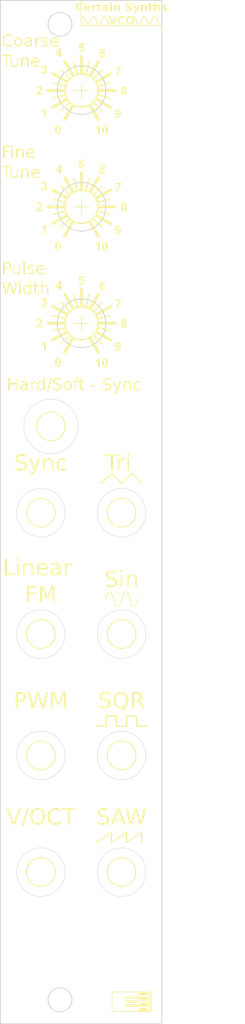
<source format=kicad_pcb>
(kicad_pcb (version 20221018) (generator pcbnew)
  (layers (0 "F.Cu" signal) (31 "B.Cu" signal) (34 "B.Paste" user) (35 "F.Paste" user) (36 "B.SilkS" user "B.Silkscreen") (37 "F.SilkS" user "F.Silkscreen") (38 "B.Mask" user) (39 "F.Mask" user) (44 "Edge.Cuts" user))
  (net 0 "")
  (footprint "Potentiometer_THT:Potentiometer_Alps_RK09K_Single_Vertical" (layer "F.Cu") (at 146.638 66.118 90)
    (fp_text reference "THONKY_FINE_CV1" hide)
    (fp_text value "100k Pot" hide)
    (fp_circle (center 7.5 2.5) (end 10.55 2.5) (stroke (width 0.1)) (fill none) (layer "Edge.Cuts"))
  )
  (footprint "LOGO" (layer "F.Cu") (at 150.9922 35.2376)
    (fp_text reference "G***" hide)
    (fp_text value "LOGO" hide)
  )
  (footprint "LOGO" (layer "F.Cu") (at 154.178 107.95)
    (fp_text reference "G***" hide)
    (fp_text value "LOGO" hide)
  )
  (footprint "LOGO" (layer "F.Cu") (at 155.4372 158.4276)
    (fp_text reference "G***" hide)
    (fp_text value "LOGO" hide)
  )
  (footprint "LOGO" (layer "F.Cu") (at 149.1415 73.23)
    (fp_text reference "G***" hide)
    (fp_text value "LOGO" hide)
  )
  (footprint "AudioJacks:Jack_3.5mm_QingPu_WQP-PJ398SM_Vertical" (layer "F.Cu") (at 144.018 127.508)
    (fp_text reference "Slot3" hide)
    (fp_text value "CV1" hide)
    (fp_circle (center 0 0) (end 3.05 0) (stroke (width 0.05)) (fill none) (layer "Edge.Cuts"))
  )
  (footprint "AudioJacks:Jack_3.5mm_QingPu_WQP-PJ398SM_Vertical" (layer "F.Cu") (at 154.178 142.158)
    (fp_text reference "Slot10" hide)
    (fp_text value "CV1" hide)
    (fp_circle (center 0 0) (end 3.05 0) (stroke (width 0.05)) (fill none) (layer "Edge.Cuts"))
  )
  (footprint "AudioJacks:Jack_3.5mm_QingPu_WQP-PJ398SM_Vertical" (layer "F.Cu") (at 144.018 142.158)
    (fp_text reference "Slot9" hide)
    (fp_text value "CV1" hide)
    (fp_circle (center 0 0) (end 3.05 0) (stroke (width 0.05)) (fill none) (layer "Edge.Cuts"))
  )
  (footprint "AudioJacks:Jack_3.5mm_QingPu_WQP-PJ398SM_Vertical" (layer "F.Cu") (at 154.178 112.268)
    (fp_text reference "Slot2" hide)
    (fp_text value "CV1" hide)
    (fp_circle (center 0 0) (end 3.05 0) (stroke (width 0.05)) (fill none) (layer "Edge.Cuts"))
  )
  (footprint "AudioJacks:Jack_3.5mm_QingPu_WQP-PJ398SM_Vertical" (layer "F.Cu") (at 144.018 112.268)
    (fp_text reference "Slot1" hide)
    (fp_text value "CV1" hide)
    (fp_circle (center 0 0) (end 3.05 0) (stroke (width 0.05)) (fill none) (layer "Edge.Cuts"))
  )
  (footprint "AudioJacks:Jack_3.5mm_QingPu_WQP-PJ398SM_Vertical" (layer "F.Cu") (at 154.178 97.028)
    (fp_text reference "Slot87" hide)
    (fp_text value "CV1" hide)
    (fp_circle (center 0 0) (end 3.05 0) (stroke (width 0.05)) (fill none) (layer "Edge.Cuts"))
  )
  (footprint "Potentiometer_THT:Potentiometer_Alps_RK09K_Single_Vertical" (layer "F.Cu") (at 146.643 80.738 90)
    (fp_text reference "THONKY_PWM1" hide)
    (fp_text value "100k Pot" hide)
    (fp_circle (center 7.5 2.5) (end 10.55 2.5) (stroke (width 0.1)) (fill none) (layer "Edge.Cuts"))
  )
  (footprint "Potentiometer_THT:Potentiometer_Alps_RK09K_Single_Vertical" (layer "F.Cu") (at 146.638 51.473 90)
    (fp_text reference "THONKY_COURSE_CV1" hide)
    (fp_text value "100k Pot" hide)
    (fp_circle (center 7.5 2.5) (end 10.55 2.5) (stroke (width 0.1)) (fill none) (layer "Edge.Cuts"))
  )
  (footprint "LOGO" (layer "F.Cu") (at 149.138 58.6056)
    (fp_text reference "G***" hide)
    (fp_text value "LOGO" hide)
  )
  (footprint "AudioJacks:Jack_3.5mm_QingPu_WQP-PJ398SM_Vertical" (layer "F.Cu") (at 144.018 97.028)
    (fp_text reference "Slot33" hide)
    (fp_text value "CV1" hide)
    (fp_circle (center 0 0) (end 3.05 0) (stroke (width 0.05)) (fill none) (layer "Edge.Cuts"))
  )
  (footprint "AudioJacks:Jack_3.5mm_QingPu_WQP-PJ398SM_Vertical" (layer "F.Cu") (at 154.178 127.508)
    (fp_text reference "Slot4" hide)
    (fp_text value "CV1" hide)
    (fp_circle (center 0 0) (end 3.05 0) (stroke (width 0.05)) (fill none) (layer "Edge.Cuts"))
  )
  (footprint "LOGO" (layer "F.Cu") (at 157.3422 35.2376)
    (fp_text reference "G***" hide)
    (fp_text value "LOGO" hide)
  )
  (footprint "AudioJacks:Jack_3.5mm_QingPu_WQP-PJ398SM_Vertical" (layer "F.Cu") (at 145.287 86.183)
    (fp_text reference "SLOTMAN" hide)
    (fp_text value "CV1" hide)
    (fp_circle (center 0 0) (end 3.42 0) (stroke (width 0.05)) (fill none) (layer "Edge.Cuts"))
  )
  (footprint "LOGO" (layer "F.Cu") (at 149.138 44.0006)
    (fp_text reference "G***" hide)
    (fp_text value "LOGO" hide)
  )
  (gr_line (start 153.543 123.825) (end 154.813 123.825) (stroke (width 0.15)) (layer "F.SilkS"))
  (gr_line (start 152.908 137.16) (end 152.908 138.43) (stroke (width 0.15)) (layer "F.SilkS"))
  (gr_line (start 154.813 123.825) (end 154.813 122.555) (stroke (width 0.15)) (layer "F.SilkS"))
  (gr_line (start 151.003 138.43) (end 152.908 137.16) (stroke (width 0.15)) (layer "F.SilkS"))
  (gr_line (start 152.273 122.555) (end 153.543 122.555) (stroke (width 0.15)) (layer "F.SilkS"))
  (gr_line (start 151.638 93.345) (end 152.908 92.075) (stroke (width 0.15)) (layer "F.SilkS"))
  (gr_line (start 154.813 138.43) (end 156.718 137.16) (stroke (width 0.15)) (layer "F.SilkS"))
  (gr_line (start 153.543 122.555) (end 153.543 123.825) (stroke (width 0.15)) (layer "F.SilkS"))
  (gr_line (start 156.083 122.555) (end 156.083 123.825) (stroke (width 0.15)) (layer "F.SilkS"))
  (gr_line (start 155.448 92.075) (end 156.718 93.345) (stroke (width 0.15)) (layer "F.SilkS"))
  (gr_line (start 149.0872 35.8726) (end 149.0872 32.6976) (stroke (width 0.1)) (layer "F.SilkS"))
  (gr_line (start 152.908 138.43) (end 154.813 137.16) (stroke (width 0.15)) (layer "F.SilkS"))
  (gr_line (start 151.003 123.825) (end 152.273 123.825) (stroke (width 0.15)) (layer "F.SilkS"))
  (gr_line (start 154.813 137.16) (end 154.813 138.43) (stroke (width 0.15)) (layer "F.SilkS"))
  (gr_line (start 159.2472 35.8726) (end 149.0872 35.8726) (stroke (width 0.1)) (layer "F.SilkS"))
  (gr_line (start 156.718 137.16) (end 156.718 138.43) (stroke (width 0.15)) (layer "F.SilkS"))
  (gr_line (start 152.908 92.075) (end 154.178 93.345) (stroke (width 0.15)) (layer "F.SilkS"))
  (gr_line (start 156.083 123.825) (end 157.353 123.825) (stroke (width 0.15)) (layer "F.SilkS"))
  (gr_line (start 154.178 93.345) (end 155.448 92.075) (stroke (width 0.15)) (layer "F.SilkS"))
  (gr_line (start 154.813 122.555) (end 156.083 122.555) (stroke (width 0.15)) (layer "F.SilkS"))
  (gr_line (start 152.273 123.825) (end 152.273 122.555) (stroke (width 0.15)) (layer "F.SilkS"))
  (gr_line (start 138.9272 161.1976) (end 159.2472 161.1976) (stroke (width 0.1)) (layer "Edge.Cuts"))
  (gr_circle (center 146.4272 158.1976) (end 147.9272 158.1976) (stroke (width 0.1)) (fill none) (layer "Edge.Cuts"))
  (gr_line (start 138.9272 32.6976) (end 138.9272 161.1976) (stroke (width 0.1)) (layer "Edge.Cuts"))
  (gr_line (start 138.9272 32.6976) (end 149.0872 32.6976) (stroke (width 0.1)) (layer "Edge.Cuts"))
  (gr_circle (center 146.4272 35.6976) (end 147.9272 35.6976) (stroke (width 0.1)) (fill none) (layer "Edge.Cuts"))
  (gr_line (start 149.0872 32.6976) (end 159.2472 32.6976) (stroke (width 0.1)) (layer "Edge.Cuts"))
  (gr_line (start 159.2472 32.6976) (end 159.2472 161.1976) (stroke (width 0.1)) (layer "Edge.Cuts"))
  (gr_text "Tri " (at 154.178 92.075) (layer "F.SilkS") (effects (font (size 2 2)) (justify bottom)))
  (gr_text "Fine\nTune" (at 139.065 55.245) (layer "F.SilkS") (effects (font (size 1.5 1.5)) (justify left bottom)))
  (gr_text "Sin" (at 154.178 106.68) (layer "F.SilkS") (effects (font (size 2 2)) (justify bottom)))
  (gr_text "Sync\n" (at 144.018 92.075) (layer "F.SilkS") (effects (font (size 2 2)) (justify bottom)))
  (gr_text "V/OCT\n" (at 144.018 136.525) (layer "F.SilkS") (effects (font (size 2 2)) (justify bottom)))
  (gr_text "SAW\n" (at 154.178 136.525) (layer "F.SilkS") (effects (font (size 2 2)) (justify bottom)))
  (gr_text "Hard/Soft - Sync" (at 139.7 81.915) (layer "F.SilkS") (effects (font (size 1.5 1.5)) (justify left bottom)))
  (gr_text "PWM" (at 144.018 121.92) (layer "F.SilkS") (effects (font (size 2 2)) (justify bottom)))
  (gr_text "SQR\n" (at 154.178 121.92) (layer "F.SilkS") (effects (font (size 2 2)) (justify bottom)))
  (gr_text "Pulse\nWidth" (at 139.065 69.85) (layer "F.SilkS") (effects (font (size 1.5 1.5)) (justify left bottom)))
  (gr_text "Linear \nFM" (at 144.018 108.585) (layer "F.SilkS") (effects (font (size 2 2)) (justify bottom)))
  (gr_text "Coarse\nTune" (at 139.065 41.275) (layer "F.SilkS") (effects (font (size 1.5 1.5)) (justify left bottom)))
  (gr_text "Certain Synths\nVCO" (at 154.1672 35.8726) (layer "F.SilkS") (effects (font (size 1 1) (thickness 0.125)) (justify bottom)))
)
</source>
